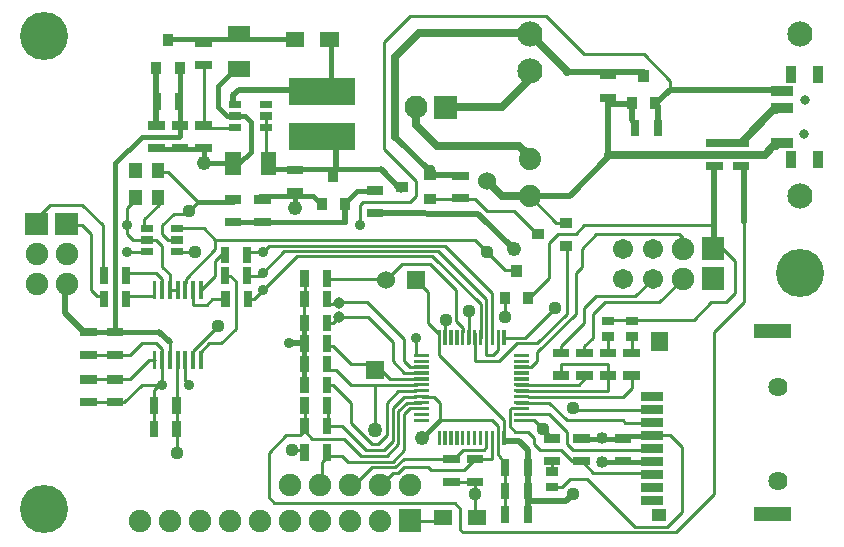
<source format=gbr>
G04 start of page 2 for group 0 idx 0 *
G04 Title: (unknown), top *
G04 Creator: pcb 4.2.2 *
G04 CreationDate: Fri Aug 14 03:10:47 2020 UTC *
G04 For: harold *
G04 Format: Gerber/RS-274X *
G04 PCB-Dimensions (mil): 6000.00 5000.00 *
G04 PCB-Coordinate-Origin: lower left *
%MOIN*%
%FSLAX25Y25*%
%LNTOP*%
%ADD37C,0.0390*%
%ADD36C,0.0280*%
%ADD35C,0.0380*%
%ADD34C,0.0300*%
%ADD33C,0.0240*%
%ADD32C,0.1350*%
%ADD31C,0.0479*%
%ADD30C,0.0400*%
%ADD29C,0.0439*%
%ADD28C,0.0360*%
%ADD27C,0.1600*%
%ADD26C,0.0740*%
%ADD25C,0.0840*%
%ADD24C,0.0500*%
%ADD23C,0.0600*%
%ADD22C,0.0381*%
%ADD21C,0.0760*%
%ADD20C,0.0671*%
%ADD19C,0.0340*%
%ADD18C,0.0320*%
%ADD17C,0.0750*%
%ADD16C,0.0001*%
%ADD15C,0.0640*%
%ADD14C,0.0179*%
%ADD13C,0.0250*%
%ADD12C,0.0200*%
%ADD11C,0.0100*%
G54D11*X378937Y313976D02*X380236Y312874D01*
Y309213D02*Y312874D01*
X391772Y309213D02*X390236D01*
X390554Y309530D01*
X393366Y309390D02*X390413D01*
X383858Y285433D02*X389764Y291339D01*
X394685D01*
X400591D02*X390748Y281496D01*
X394685Y291339D02*X397638Y294291D01*
Y305118D01*
X393366Y309390D01*
X400591Y318112D02*Y291339D01*
G54D12*X390748Y336614D02*Y309449D01*
X400591Y336614D02*Y318112D01*
G54D11*X351378Y313976D02*X378937D01*
X351378D02*X346457Y309055D01*
X380236Y299213D02*X372362Y291339D01*
X347441Y316929D02*X390748D01*
X370236Y298661D02*Y299213D01*
X370079Y299055D01*
X370236Y299213D02*X364331Y293307D01*
X346457Y309055D02*Y303150D01*
X341535Y287402D02*Y310039D01*
X346457Y303150D02*X344488Y301181D01*
Y287402D01*
X347441Y289370D02*Y284449D01*
X350394Y287402D02*Y279528D01*
X347441Y284449D02*X339567Y276575D01*
X372362Y291339D02*X354331D01*
X383858Y285433D02*X355315D01*
X364331Y293307D02*X351378D01*
X347441Y289370D01*
X354331Y291339D02*X350394Y287402D01*
Y279528D02*X347441Y276575D01*
Y274606D01*
X355315Y279429D02*Y274606D01*
X363189Y279429D02*Y274606D01*
G54D12*X342520Y326772D02*X355315Y339567D01*
X364367Y350787D02*X363189Y351965D01*
Y357283D01*
X355315D02*Y359252D01*
X363189Y357283D02*X355315D01*
X341535Y368110D02*X367126D01*
X355315Y357283D02*Y339567D01*
G54D11*X367126Y374016D02*X347441D01*
X370989Y357883D02*X371853Y357019D01*
X370989Y357883D02*X372047Y356825D01*
G54D12*Y349606D01*
G54D11*X372244Y349409D01*
G54D12*X370989Y357283D02*X375910Y362205D01*
X411417D01*
G54D13*X355315Y340551D02*X407480D01*
X410433Y343504D01*
X389371Y344294D02*X389565Y344488D01*
X399606D01*
X410433Y355315D01*
Y343504D02*X411417D01*
X410433Y355315D02*X411417D01*
G54D11*X375984Y362205D02*Y365157D01*
X367126Y374016D01*
X337598Y289370D02*X327756Y279528D01*
X331693Y277559D02*X341535Y287402D01*
X331693Y274606D02*X344488Y287402D01*
X339567Y276575D02*Y274606D01*
X314757Y292526D02*Y280308D01*
X316726Y294495D02*Y279522D01*
X312789Y290558D02*Y279522D01*
X308852Y277626D02*Y288182D01*
X309055Y288386D01*
X320866Y286417D02*Y292323D01*
Y302165D02*X323819D01*
X320866D02*X313976Y309055D01*
D03*
X328666Y292323D02*X335630Y299287D01*
Y311024D01*
X316726Y294291D02*X300813Y310205D01*
X314757Y292323D02*X298678Y308402D01*
X312789Y290557D02*X296756Y306591D01*
G54D13*X298228Y343504D02*X325787D01*
X298228D02*X291339Y350394D01*
Y356299D01*
X284449Y373031D02*Y346457D01*
X325787Y343504D02*X329724Y339567D01*
X319882Y356299D02*X301181D01*
X328937Y380906D02*X292323D01*
X284449Y373031D01*
G54D11*X289370Y386811D02*X280512Y377953D01*
X311024Y325787D02*X297244D01*
X307087Y333467D02*X306967Y333587D01*
G54D12*X296944D01*
G54D11*X311024Y325787D02*X314961Y321850D01*
G54D13*X296260Y335630D02*Y333661D01*
G54D12*X312008Y320866D02*X277559Y321060D01*
G54D11*X334646Y386811D02*X289370D01*
G54D13*X319882Y356299D02*X328740Y365157D01*
Y369094D01*
G54D11*X329134Y380709D02*X328937Y380906D01*
G54D13*X329134Y380709D02*X341535Y368307D01*
Y368110D01*
G54D11*X347441Y374016D02*X334646Y386811D01*
X330635Y326772D02*X329724D01*
X331693D02*X329724D01*
X329134D02*X338067Y317839D01*
G54D12*X329134Y326772D02*X342520D01*
X323819Y309055D02*X312008Y320866D01*
G54D11*X331730Y313939D02*X332035D01*
X338067Y317839D02*X341235D01*
X335630Y311024D02*X338583Y313976D01*
X344488D01*
X347441Y316929D01*
G54D13*X314961Y331693D02*X319882Y326772D01*
X329134D01*
G54D11*X314961Y321850D02*X323819D01*
X331730Y313939D01*
X311024Y312008D02*X313976Y309055D01*
X320663Y246267D02*X321063Y245079D01*
G54D12*X325787D01*
G54D11*X324435Y248031D02*X328740D01*
X320663Y247966D02*Y246267D01*
X318695Y247966D02*Y246267D01*
Y250202D01*
X316735Y252163D01*
X320663Y252172D02*Y247829D01*
X318695Y247966D02*Y240554D01*
X321060Y237205D01*
X316727Y239173D02*Y246070D01*
X314758Y247966D02*Y242908D01*
X313976Y242126D01*
X316727Y239173D02*X316533Y238979D01*
X324666Y255907D02*X324668Y255906D01*
X324666Y253938D02*X326365D01*
X324666Y255907D02*X324665Y255906D01*
X322835D01*
X322467Y255537D01*
Y250000D01*
X324435Y248031D01*
X326365Y253938D02*X326366Y253937D01*
X324803Y251969D02*X330709D01*
X326367D01*
X335630Y253937D02*X326772D01*
X324666Y263781D02*X330129D01*
X329724Y263780D02*X345472D01*
G54D12*X328546Y220472D02*Y237205D01*
G54D11*X321060Y235828D02*Y220472D01*
X313976Y242126D02*X307087D01*
X303940Y238979D01*
X316533D02*X311024D01*
X307281Y235236D01*
X307087D01*
X289000Y218000D02*X289504Y218504D01*
X289370D02*X289504D01*
X303940Y238979D02*X303150D01*
X311024Y231493D02*X303150D01*
X311024Y231299D02*Y220472D01*
Y231493D02*Y227362D01*
X306102Y215551D02*Y222441D01*
X304134Y224409D01*
X303150Y238979D02*X302956Y239173D01*
X287402D02*X302956D01*
X289504Y218504D02*X302165D01*
X317913Y214567D03*
X307087D01*
X306102Y215551D01*
X304134Y224409D02*X294291D01*
X287402Y236220D02*X295276D01*
X296260Y235236D01*
X307281D01*
X335630Y257874D02*X341535Y251969D01*
X343504Y255906D02*X343898Y255511D01*
X341535Y248031D02*Y244094D01*
X343504Y242126D01*
X330709Y251969D02*X336614Y246063D01*
Y245869D01*
G54D12*X325787Y245079D02*X328740Y242126D01*
Y238189D01*
G54D11*Y248031D02*X330709Y246063D01*
Y244094D01*
X332677Y242126D01*
X339567D01*
X343310Y238383D01*
X342520Y232283D02*X339961Y229724D01*
X336614D01*
G54D12*X343504Y227362D02*X341341Y225200D01*
X328546D01*
G54D11*X335237Y238383D02*X336614D01*
Y234843D01*
X299213Y252163D02*Y257874D01*
G54D14*Y252163D02*X292913Y245866D01*
D03*
G54D11*X293307Y246063D02*X292323Y247047D01*
X287402Y253937D02*X289370Y255906D01*
X293110D01*
X285433Y254921D02*X288386Y257874D01*
X293110D01*
X283465Y238189D02*X268701D01*
X281496Y240157D02*X272835D01*
X285433Y244094D02*Y254921D01*
X283465Y255906D02*Y245079D01*
X281496Y257874D02*Y247047D01*
X283465Y238189D02*X287402Y242126D01*
Y253937D01*
X281496Y240157D02*X285433Y244094D01*
X284449Y236220D02*X287402Y239173D01*
X283465Y245079D02*X280512Y242126D01*
X281496Y247047D02*X278543Y244094D01*
X280512Y242126D02*X274606D01*
X278543Y244094D02*X276575D01*
X272835Y240157D02*X267323Y245669D01*
X276575Y244094D02*X269685Y250984D01*
Y257874D01*
X283465Y234252D02*X278543Y229331D01*
X283465Y234252D02*X285433D01*
X276575Y236220D02*X269685Y229331D01*
X276575Y236220D02*X284449D01*
X244094Y224409D02*X294291D01*
X285433Y234252D02*X287402Y236220D01*
X267323Y245669D02*X256693D01*
X274606Y242126D02*X266732Y250000D01*
X268701Y238189D02*X266732Y240157D01*
X261811D01*
X259843Y238189D01*
Y230315D01*
X250000Y242126D02*X253937D01*
X256693Y245669D02*X254134Y248228D01*
Y256890D01*
X254131Y248623D02*X252555Y247047D01*
X248031D01*
X242126Y241142D01*
Y226378D01*
X244094Y224409D01*
X316735Y252163D02*X299213D01*
X299009Y273826D02*X320663Y252172D01*
X314757Y273826D02*X314961Y273622D01*
X316929D01*
X310820Y271857D02*X311024Y271654D01*
X318898D01*
X314757Y281024D02*Y273826D01*
X310820Y281024D02*Y271857D01*
X316929Y273622D02*X318694Y275387D01*
X318694Y279522D01*
X318898Y271654D02*X324803Y277559D01*
X331693D01*
X320865Y279528D02*X327756D01*
X331693Y271654D02*Y274606D01*
X324667Y269685D02*X329724D01*
X331693Y271654D01*
X320662Y281024D02*Y279325D01*
X320865Y279528D01*
X291608Y263780D02*X291608Y263780D01*
X291608Y265748D02*X282480D01*
X299213Y257874D02*X297244Y259843D01*
X293307D01*
X291215Y263780D03*
Y261811D02*X285433D01*
X291215Y259843D02*X287402D01*
X283465Y255906D01*
X285433Y261811D02*X281496Y257874D01*
X269685D02*X263780Y263780D01*
X261811D01*
X324666Y269686D02*X324667Y269685D01*
X269685Y263780D02*X291608D01*
X269685D02*X264764Y268701D01*
X299009Y281024D02*Y273826D01*
X291608Y269685D02*X289370D01*
X287402Y271654D01*
Y267717D02*X283465Y271654D01*
X291608Y267717D02*X291608Y267717D01*
X287402D01*
X291339Y279528D02*Y273622D01*
X287402Y271654D02*Y278937D01*
G54D12*X249016Y277559D02*X253937D01*
G54D11*X269685Y270669D02*X263780Y276575D01*
X261811D01*
X264764Y268701D02*X261811D01*
X326365Y257875D02*X326366Y257874D01*
X335630D01*
X324667Y261811D02*X355315D01*
X328458Y259844D02*X328460Y259843D01*
X360236D01*
X363189Y262795D01*
X324666Y257875D02*X326365D01*
X324666Y261812D02*X324667Y261811D01*
X343898Y255511D02*X370079D01*
X361024Y251181D02*X370079D01*
X355315Y261811D02*Y270669D01*
X345472Y263780D02*X347441Y265748D01*
Y267717D01*
X363189Y262795D02*Y266732D01*
X355315Y270669D02*X339567D01*
Y266732D01*
X341535Y248031D02*X335630Y253937D01*
X341535Y251969D02*X360236D01*
X346457Y238383D02*X350394Y234252D01*
X343310Y238383D02*X346457D01*
X372047Y246850D02*X372244Y247047D01*
X377953Y214567D02*X390748Y227362D01*
Y281496D01*
X375984Y247047D02*X379921Y243110D01*
Y221457D01*
X375000Y216535D01*
X360236Y251969D02*X361024Y251181D01*
X368504Y242520D02*X368110Y242126D01*
G54D14*X361613Y245869D02*X362595Y246850D01*
X370079D01*
G54D11*X367717D02*X367913Y247047D01*
X375984D01*
X317913Y214567D02*X377953D01*
X353346Y238189D02*X353819Y238661D01*
X368504Y238189D02*X368503Y238189D01*
G54D14*X353346D01*
G54D11*X368110Y242126D02*X343504D01*
X350394Y234252D02*X369490D01*
X348425Y232283D02*X342520D01*
G54D14*X361613Y245869D02*X346457D01*
G54D11*X375000Y216535D02*X364173D01*
X348425Y232283D01*
G54D12*X204725Y369094D02*Y350394D01*
G54D11*X212525Y369094D02*X212599Y369020D01*
G54D14*Y346651D01*
G54D11*X212405Y346457D01*
G54D14*X199804D01*
G54D11*X203348Y342714D02*X203542Y342520D01*
G54D14*X199804Y346457D02*X190945Y337598D01*
X203542Y342520D02*X220473D01*
Y337598D02*Y342520D01*
G54D11*X208661Y334646D02*X205709D01*
G54D14*X250984Y378937D02*X208662D01*
G54D11*X220473Y370079D02*Y350200D01*
G54D12*X230315Y360236D02*X232284Y362205D01*
G54D14*X231103Y369095D02*X225394Y363386D01*
Y356299D01*
G54D12*X232284Y362205D02*X251969D01*
G54D14*X228347Y353346D02*X234252D01*
G54D11*X240515Y353383D02*X240552Y353346D01*
X241142D01*
G54D12*X230315Y357283D02*Y360236D01*
G54D14*X225394Y356299D02*X228347Y353346D01*
G54D11*X219886Y349409D02*X231300D01*
X218504Y324803D02*X208661Y334646D01*
X174823Y317421D02*X175315Y316929D01*
X180118D01*
X183071Y313976D01*
X164823Y317421D02*X165354Y317953D01*
Y319882D01*
X169291Y323819D01*
X180118D01*
X187008Y316929D01*
G54D14*X182087Y281496D02*X205709D01*
G54D12*X209252Y277952D01*
G54D11*X206693Y275591D02*X204725Y277559D01*
X199803D01*
X188583Y281302D02*X188390Y281496D01*
X209252Y277952D02*Y272048D01*
X199803Y277559D02*X196060Y273816D01*
X182087D01*
X181102Y281850D02*X181260Y281693D01*
G54D12*X180710Y281302D02*X174213Y287799D01*
G54D11*X183858Y265748D02*X195866D01*
X194091Y258068D02*X182087D01*
X195866Y265748D02*X202165Y272047D01*
X204134D01*
X205709Y263780D02*X199803D01*
X194091Y258068D01*
D03*
X219488Y274606D02*X222441Y277559D01*
X216929Y275000D02*X225394Y283465D01*
X222441Y277559D02*X226378D01*
X231299Y282480D01*
X206693Y264764D02*Y275591D01*
X211811Y274350D02*X211614Y274154D01*
Y241142D01*
X211811Y274350D02*X211614Y274548D01*
X219488Y274350D02*Y272638D01*
Y274606D01*
X215551Y263780D02*X214370Y264961D01*
Y272047D01*
X216929Y274350D02*Y275000D01*
X206693Y264764D02*X203934Y262005D01*
Y249016D01*
X262690Y378059D02*X262795Y377953D01*
G54D14*Y362679D01*
G54D12*X264764Y345472D02*Y335630D01*
G54D11*X280512Y377953D02*Y342520D01*
G54D12*X284449Y346457D02*X296260Y334646D01*
G54D11*X280512Y342520D02*X291339Y331693D01*
X205709Y323819D02*Y324803D01*
Y323819D02*X200787Y318898D01*
X197835Y325787D02*X194882Y322834D01*
Y313976D01*
X196850Y312008D02*X200787D01*
Y312045D02*X200824Y312008D01*
X204724D01*
X202313Y308071D02*X194882D01*
Y313976D02*X196850Y312008D01*
X200787Y315945D02*Y318898D01*
X204724Y312008D02*X206693Y310039D01*
Y303150D01*
X209252Y300591D01*
X202387Y308145D02*X202313Y308071D01*
X206693Y299213D02*X204724Y301181D01*
X209252Y295276D02*X211811D01*
X216929Y297578D02*Y290354D01*
X221457D01*
X223425Y292323D01*
X214370Y297578D02*X214567Y297775D01*
Y299213D01*
X231299Y282480D02*Y298228D01*
X229331Y300197D01*
X227362D01*
X223425Y292323D02*X227750D01*
X209252Y300591D02*Y295276D01*
X235236Y292323D02*X237205D01*
X235236Y300197D02*X235042D01*
X239173D01*
X224409Y312008D02*X220472Y315945D01*
X212598D01*
X210987Y312045D02*X210950Y312008D01*
X208661D01*
X206693Y316929D02*Y313976D01*
X208661Y312008D01*
X206693Y316929D02*X210630Y320866D01*
X214567D01*
X218504Y324803D01*
X214567Y299213D02*X224409Y309055D01*
Y312008D01*
X217520Y308071D02*X211614D01*
G54D14*X190945Y337598D02*Y281496D01*
G54D11*X206693Y297578D03*
Y299213D01*
X204724Y301181D02*X194882D01*
X194688Y293700D02*X195081Y293307D01*
X203740D01*
X183071Y313976D02*Y295276D01*
X185039Y293307D01*
X187008D01*
Y316929D02*Y300197D01*
G54D12*X174213Y287799D02*Y297244D01*
G54D14*X234252Y353346D02*X236221Y351378D01*
Y341535D01*
G54D11*X241142Y353346D02*Y338583D01*
G54D14*X236221Y341535D02*X232284Y337598D01*
X220473D02*X232284D01*
X218504Y324803D02*X230315D01*
G54D11*X282480Y265748D02*X279528Y268701D01*
X277559D01*
X275591Y270669D01*
X269685D01*
X277559Y263780D02*Y249016D01*
X266732Y250000D02*X262205D01*
X262008Y250197D01*
Y256496D01*
G54D14*X267717Y317913D02*X230315D01*
X256890Y326772D02*X239174D01*
X250985Y322835D02*Y326772D01*
X259843Y323819D02*X256890Y326772D01*
X267643Y324419D02*X271770Y328546D01*
X242913Y335630D02*X279528D01*
G54D11*X263743Y334987D02*X263701Y334946D01*
G54D12*X279528Y335630D02*X286417Y328740D01*
G54D14*X271770Y328546D02*X277559D01*
G54D11*X291339Y331693D02*Y326772D01*
X240157Y308071D02*X242291Y310205D01*
X239173Y300197D02*X247378Y308402D01*
X237205Y292323D02*X251480Y306598D01*
X254131Y300590D02*Y292323D01*
X273622Y324803D02*X272638Y323819D01*
Y316929D01*
X240157Y308071D02*X235236D01*
X306883Y281418D02*Y282683D01*
X304678Y284889D01*
Y295276D01*
X295276Y294685D02*Y284449D01*
X298977Y280747D01*
Y280715D01*
X301181Y285433D02*X300978Y285230D01*
Y279522D01*
X265748Y290748D02*X261024D01*
X253937Y292522D02*Y283465D01*
X266142Y291535D02*X274803D01*
X274409D01*
X265748Y286417D02*X263780Y284449D01*
G54D14*X253937D02*Y264764D01*
G54D11*X265945Y286220D02*X275197D01*
X263780Y284449D02*X261617D01*
X275197Y286220D02*X283465Y277953D01*
Y271654D02*Y277953D01*
X274803Y291535D02*X287402Y278937D01*
Y278543D01*
G54D12*X267717Y317913D02*Y324803D01*
G54D11*X280748Y299213D02*X261617D01*
X224409Y312008D02*X311024D01*
X242291Y310205D02*X300813D01*
X247378Y308402D02*X298678D01*
X251480Y306598D02*X296756D01*
X281339Y298622D02*X280748Y299213D01*
X281339Y298622D02*X286630Y303914D01*
X291339Y298622D02*X295276Y294685D01*
X291339Y326772D02*X289370Y324803D01*
X273622D01*
X286630Y303914D02*X296040D01*
X300813Y310205D02*X300362D01*
X298678Y308402D02*X298228D01*
X296756Y306591D02*Y306598D01*
X296040Y303914D02*X295496D01*
X304678Y295276D02*X296040Y303914D01*
X219488Y297578D03*
Y295276D01*
X224409Y300197D01*
Y305118D01*
X226378Y307087D01*
X227362D01*
G54D15*X411811Y231811D03*
G54D16*G36*
X386486Y312963D02*Y305463D01*
X393986D01*
Y312963D01*
X386486D01*
G37*
G54D17*X380236Y309213D03*
G54D16*G36*
X386486Y302963D02*Y295463D01*
X393986D01*
Y302963D01*
X386486D01*
G37*
G54D17*X380236Y299213D03*
G54D18*X420669Y347441D03*
X420866Y358858D03*
G54D19*X419291Y326772D03*
G54D20*X370236Y309213D03*
X360236D03*
X370236Y299213D03*
X360236D03*
G54D19*X329134Y338977D03*
Y326772D03*
G54D15*X411811Y263150D03*
G54D16*G36*
X274559Y271858D02*Y265858D01*
X280559D01*
Y271858D01*
X274559D01*
G37*
G54D19*X419291Y380709D03*
X329134D03*
Y368504D03*
G54D16*G36*
X297382Y360099D02*Y352499D01*
X304982D01*
Y360099D01*
X297382D01*
G37*
G54D21*X291339Y356299D03*
G54D22*X265748Y291142D03*
Y286417D03*
G54D16*G36*
X288339Y301622D02*Y295622D01*
X294339D01*
Y301622D01*
X288339D01*
G37*
G54D23*X281339Y298622D03*
G54D16*G36*
X285620Y222254D02*Y214754D01*
X293120D01*
Y222254D01*
X285620D01*
G37*
G54D17*X279370Y218504D03*
X289370Y230315D03*
X279370D03*
X259370Y218504D03*
X249370D03*
X239370D03*
X269370D03*
Y230315D03*
X259370D03*
X249370D03*
G54D24*X277559Y248858D03*
G54D17*X229370Y218504D03*
X219370D03*
X209370D03*
X199370D03*
G54D16*G36*
X171073Y321171D02*Y313671D01*
X178573D01*
Y321171D01*
X171073D01*
G37*
G36*
X161073D02*Y313671D01*
X168573D01*
Y321171D01*
X161073D01*
G37*
G54D17*X164823Y307421D03*
Y297421D03*
X174823Y307421D03*
Y297421D03*
G54D16*G36*
X206299Y361025D02*X203539D01*
Y355511D01*
X206299D01*
Y361025D01*
G37*
G36*
X213785D02*X211025D01*
Y355511D01*
X213785D01*
Y361025D01*
G37*
G36*
X210325Y380594D02*X206925D01*
Y376594D01*
X210325D01*
Y380594D01*
G37*
G36*
X206425Y371394D02*X203025D01*
Y367394D01*
X206425D01*
Y371394D01*
G37*
G36*
X214225D02*X210825D01*
Y367394D01*
X214225D01*
Y371394D01*
G37*
G36*
X217716Y371653D02*Y368893D01*
X223230D01*
Y371653D01*
X217716D01*
G37*
G36*
X228544Y371654D02*Y366536D01*
X236024D01*
Y371654D01*
X228544D01*
G37*
G36*
X229115Y354583D02*Y352183D01*
X233115D01*
Y354583D01*
X229115D01*
G37*
G36*
Y358483D02*Y356083D01*
X233115D01*
Y358483D01*
X229115D01*
G37*
G36*
X217716Y351580D02*Y348820D01*
X223230D01*
Y351580D01*
X217716D01*
G37*
G36*
X239315Y358483D02*Y356083D01*
X243315D01*
Y358483D01*
X239315D01*
G37*
G36*
Y354583D02*Y352183D01*
X243315D01*
Y354583D01*
X239315D01*
G37*
G36*
Y350683D02*Y348283D01*
X243315D01*
Y350683D01*
X239315D01*
G37*
G36*
X229115D02*Y348283D01*
X233115D01*
Y350683D01*
X229115D01*
G37*
G36*
X217716Y379139D02*Y376379D01*
X223230D01*
Y379139D01*
X217716D01*
G37*
G36*
X228544Y383464D02*Y378346D01*
X236024D01*
Y383464D01*
X228544D01*
G37*
G36*
X249107Y351091D02*Y342217D01*
X270973D01*
Y351091D01*
X249107D01*
G37*
G36*
Y366051D02*Y357177D01*
X270973D01*
Y366051D01*
X249107D01*
G37*
G36*
X232875Y341338D02*X227757D01*
Y333858D01*
X232875D01*
Y341338D01*
G37*
G36*
X244685D02*X239567D01*
Y333858D01*
X244685D01*
Y341338D01*
G37*
G36*
X247925Y381406D02*Y376469D01*
X254043D01*
Y381406D01*
X247925D01*
G37*
G36*
X259343D02*Y376469D01*
X265461D01*
Y381406D01*
X259343D01*
G37*
G36*
X357479Y239763D02*Y237003D01*
X362993D01*
Y239763D01*
X357479D01*
G37*
G36*
Y247249D02*Y244489D01*
X362993D01*
Y247249D01*
X357479D01*
G37*
G36*
X366217Y244020D02*X366216Y241020D01*
X373547Y241019D01*
X373547Y244019D01*
X366217Y244020D01*
G37*
G36*
X366217Y239689D02*X366216Y236689D01*
X373547Y236688D01*
X373547Y239688D01*
X366217Y239689D01*
G37*
G36*
X366217Y235359D02*X366216Y232359D01*
X373547Y232357D01*
X373548Y235357D01*
X366217Y235359D01*
G37*
G36*
X366217Y231028D02*X366217Y228028D01*
X373547Y228028D01*
X373547Y231028D01*
X366217Y231028D01*
G37*
G36*
X366217Y226697D02*X366216Y223697D01*
X373547Y223696D01*
X373547Y226696D01*
X366217Y226697D01*
G37*
G36*
X374638Y218473D02*X374637Y222473D01*
X370047Y222472D01*
X370048Y218472D01*
X374638Y218473D01*
G37*
G36*
X366217Y261343D02*Y258343D01*
X373547D01*
Y261343D01*
X366217D01*
G37*
G36*
X366217Y257012D02*X366216Y254012D01*
X373547Y254011D01*
X373547Y257011D01*
X366217Y257012D01*
G37*
G36*
X366217Y252681D02*X366216Y249681D01*
X373547Y249680D01*
X373547Y252680D01*
X366217Y252681D01*
G37*
G36*
X373547Y245351D02*X373547Y248351D01*
X366216Y248350D01*
X366217Y245350D01*
X373547Y245351D01*
G37*
G36*
X361221Y286515D02*Y283563D01*
X365157D01*
Y286515D01*
X361221D01*
G37*
G36*
Y281397D02*Y278445D01*
X365157D01*
Y281397D01*
X361221D01*
G37*
G36*
X353347Y286515D02*Y283563D01*
X357283D01*
Y286515D01*
X353347D01*
G37*
G36*
Y281397D02*Y278445D01*
X357283D01*
Y281397D01*
X353347D01*
G37*
G36*
X409736Y346169D02*Y342807D01*
X417035D01*
Y346169D01*
X409736D01*
G37*
G36*
X417823Y341839D02*X414461D01*
Y336114D01*
X417823D01*
Y341839D01*
G37*
G36*
X426878D02*X423516D01*
Y336114D01*
X426878D01*
Y341839D01*
G37*
G54D25*X419291Y326772D03*
G54D16*G36*
X404050Y222919D02*Y218419D01*
X416424D01*
Y222919D01*
X404050D01*
G37*
G36*
Y283943D02*Y279443D01*
X416424D01*
Y283943D01*
X404050D01*
G37*
G36*
X344684Y268306D02*Y265546D01*
X350198D01*
Y268306D01*
X344684D01*
G37*
G36*
X352558D02*Y265546D01*
X358072D01*
Y268306D01*
X352558D01*
G37*
G36*
X360432D02*Y265546D01*
X365946D01*
Y268306D01*
X360432D01*
G37*
G36*
X344684Y275792D02*Y273032D01*
X350198D01*
Y275792D01*
X344684D01*
G37*
G36*
X330035Y315639D02*Y312239D01*
X334035D01*
Y315639D01*
X330035D01*
G37*
G36*
X339235Y311739D02*Y308339D01*
X343235D01*
Y311739D01*
X339235D01*
G37*
G36*
Y319539D02*Y316139D01*
X343235D01*
Y319539D01*
X339235D01*
G37*
G36*
X336810Y275792D02*Y273032D01*
X342324D01*
Y275792D01*
X336810D01*
G37*
G36*
X375188Y281493D02*X369688Y281487D01*
X369695Y275200D01*
X375195Y275205D01*
X375188Y281493D01*
G37*
G36*
X352558Y275792D02*Y273032D01*
X358072D01*
Y275792D01*
X352558D01*
G37*
G36*
X360432D02*Y273032D01*
X365946D01*
Y275792D01*
X360432D01*
G37*
G36*
X336810Y268306D02*Y265546D01*
X342324D01*
Y268306D01*
X336810D01*
G37*
G36*
X329009Y265199D02*X329009Y266301D01*
X324115Y266300D01*
X324116Y265198D01*
X329009Y265199D01*
G37*
G36*
X324116Y268269D02*Y267167D01*
X329009D01*
Y268269D01*
X324116D01*
G37*
G36*
X329009Y269136D02*X329009Y270238D01*
X324115Y270237D01*
X324116Y269135D01*
X329009Y269136D01*
G37*
G36*
X324116Y272206D02*Y271104D01*
X329009D01*
Y272206D01*
X324116D01*
G37*
G36*
X329009Y273073D02*X329009Y274175D01*
X324115Y274174D01*
X324116Y273072D01*
X329009Y273073D01*
G37*
G36*
X326466Y303823D02*X323066D01*
Y299823D01*
X326466D01*
Y303823D01*
G37*
G36*
X322566Y294623D02*X319166D01*
Y290623D01*
X322566D01*
Y294623D01*
G37*
G36*
X330366D02*X326966D01*
Y290623D01*
X330366D01*
Y294623D01*
G37*
G36*
X321214Y281969D02*X320112Y281969D01*
X320112Y277075D01*
X321214Y277075D01*
X321214Y281969D01*
G37*
G36*
X343700Y239763D02*Y237003D01*
X349214D01*
Y239763D01*
X343700D01*
G37*
G36*
X334646Y231200D02*Y228248D01*
X338582D01*
Y231200D01*
X334646D01*
G37*
G36*
Y236318D02*Y233366D01*
X338582D01*
Y236318D01*
X334646D01*
G37*
G36*
X333857Y239763D02*Y237003D01*
X339371D01*
Y239763D01*
X333857D01*
G37*
G36*
X343700Y247249D02*Y244489D01*
X349214D01*
Y247249D01*
X343700D01*
G37*
G36*
X333857D02*Y244489D01*
X339371D01*
Y247249D01*
X333857D01*
G37*
G36*
X321214Y248517D02*X320112Y248517D01*
X320113Y243623D01*
X321215Y243624D01*
X321214Y248517D01*
G37*
G36*
X324116Y252521D02*Y251419D01*
X329009D01*
Y252521D01*
X324116D01*
G37*
G36*
X329009Y253388D02*X329009Y254490D01*
X324115Y254489D01*
X324116Y253387D01*
X329009Y253388D01*
G37*
G36*
X324116Y256458D02*Y255356D01*
X329009D01*
Y256458D01*
X324116D01*
G37*
G36*
X329009Y257325D02*X329009Y258427D01*
X324115Y258426D01*
X324116Y257324D01*
X329009Y257325D01*
G37*
G36*
X324116Y260395D02*Y259293D01*
X329009D01*
Y260395D01*
X324116D01*
G37*
G36*
X329009Y261262D02*X329009Y262364D01*
X324115Y262363D01*
X324116Y261261D01*
X329009Y261262D01*
G37*
G36*
X324116Y264332D02*Y263230D01*
X329009D01*
Y264332D01*
X324116D01*
G37*
G36*
X322440Y223229D02*X319680D01*
Y217715D01*
X322440D01*
Y223229D01*
G37*
G36*
X329926D02*X327166D01*
Y217715D01*
X329926D01*
Y223229D01*
G37*
G36*
X322440Y231103D02*X319680D01*
Y225589D01*
X322440D01*
Y231103D01*
G37*
G36*
X329926D02*X327166D01*
Y225589D01*
X329926D01*
Y231103D01*
G37*
G36*
X322440Y238977D02*X319680D01*
Y233463D01*
X322440D01*
Y238977D01*
G37*
G36*
X329926D02*X327166D01*
Y233463D01*
X329926D01*
Y238977D01*
G37*
G36*
X248228Y329330D02*Y326570D01*
X253742D01*
Y329330D01*
X248228D01*
G37*
G36*
X237401Y326973D02*Y324213D01*
X242915D01*
Y326973D01*
X237401D01*
G37*
G36*
Y319487D02*Y316727D01*
X242915D01*
Y319487D01*
X237401D01*
G37*
G36*
X261543Y326119D02*X258143D01*
Y322119D01*
X261543D01*
Y326119D01*
G37*
G36*
X269343D02*X265943D01*
Y322119D01*
X269343D01*
Y326119D01*
G37*
G36*
X248228Y336816D02*Y334056D01*
X253742D01*
Y336816D01*
X248228D01*
G37*
G36*
X265443Y335319D02*X262043D01*
Y331319D01*
X265443D01*
Y335319D01*
G37*
G36*
X284760Y331387D02*Y327987D01*
X288760D01*
Y331387D01*
X284760D01*
G37*
G36*
X293960Y327487D02*Y324087D01*
X297960D01*
Y327487D01*
X293960D01*
G37*
G36*
Y335287D02*Y331887D01*
X297960D01*
Y335287D01*
X293960D01*
G37*
G36*
X303346Y327361D02*Y324601D01*
X308860D01*
Y327361D01*
X303346D01*
G37*
G36*
Y334847D02*Y332087D01*
X308860D01*
Y334847D01*
X303346D01*
G37*
G36*
X227558Y319487D02*Y316727D01*
X233072D01*
Y319487D01*
X227558D01*
G37*
G36*
Y326973D02*Y324213D01*
X233072D01*
Y326973D01*
X227558D01*
G37*
G36*
X274802Y329926D02*Y327166D01*
X280316D01*
Y329926D01*
X274802D01*
G37*
G36*
Y322440D02*Y319680D01*
X280316D01*
Y322440D01*
X274802D01*
G37*
G36*
X209842Y344094D02*Y341334D01*
X215356D01*
Y344094D01*
X209842D01*
G37*
G36*
Y351580D02*Y348820D01*
X215356D01*
Y351580D01*
X209842D01*
G37*
G36*
X201968D02*Y348820D01*
X207482D01*
Y351580D01*
X201968D01*
G37*
G36*
X217716Y344094D02*Y341334D01*
X223230D01*
Y344094D01*
X217716D01*
G37*
G36*
X201968D02*Y341334D01*
X207482D01*
Y344094D01*
X201968D01*
G37*
G36*
X199910Y337705D02*X195760D01*
Y332768D01*
X199910D01*
Y337705D01*
G37*
G36*
Y328650D02*X195760D01*
Y323713D01*
X199910D01*
Y328650D01*
G37*
G36*
X207390D02*X203241D01*
Y323713D01*
X207390D01*
Y328650D01*
G37*
G36*
Y337705D02*X203241D01*
Y332768D01*
X207390D01*
Y337705D01*
G37*
G36*
X209787Y317145D02*Y314745D01*
X213787D01*
Y317145D01*
X209787D01*
G37*
G36*
X199587D02*Y314745D01*
X203587D01*
Y317145D01*
X199587D01*
G37*
G36*
X209787Y313245D02*Y310845D01*
X213787D01*
Y313245D01*
X209787D01*
G37*
G36*
X199587D02*Y310845D01*
X203587D01*
Y313245D01*
X199587D01*
G37*
G36*
X209787Y309345D02*Y306945D01*
X213787D01*
Y309345D01*
X209787D01*
G37*
G36*
X199587D02*Y306945D01*
X203587D01*
Y309345D01*
X199587D01*
G37*
G36*
X228936Y309844D02*X226176D01*
Y304330D01*
X228936D01*
Y309844D01*
G37*
G36*
X290664Y274173D02*Y273071D01*
X295557D01*
Y274173D01*
X290664D01*
G37*
G36*
X295557Y271103D02*X295557Y272205D01*
X290664Y272204D01*
X290664Y271102D01*
X295557Y271103D01*
G37*
G36*
X290664Y270236D02*Y269134D01*
X295557D01*
Y270236D01*
X290664D01*
G37*
G36*
X295557Y267166D02*X295557Y268268D01*
X290664Y268268D01*
X290664Y267166D01*
X295557Y267166D01*
G37*
G36*
X295557Y265197D02*X295557Y266299D01*
X290664Y266299D01*
X290664Y265197D01*
X295557Y265197D01*
G37*
G36*
X295557Y263229D02*X295557Y264331D01*
X290664Y264331D01*
X290664Y263229D01*
X295557Y263229D01*
G37*
G36*
X290664Y262362D02*Y261260D01*
X295557D01*
Y262362D01*
X290664D01*
G37*
G36*
X295557Y259292D02*X295557Y260394D01*
X290664Y260393D01*
X290664Y259291D01*
X295557Y259292D01*
G37*
G36*
X290664Y258425D02*Y257323D01*
X295557D01*
Y258425D01*
X290664D01*
G37*
G36*
X307434Y281969D02*X306332D01*
Y277075D01*
X307434D01*
Y281969D01*
G37*
G36*
X305466Y281969D02*X304364Y281969D01*
X304364Y277075D01*
X305466Y277075D01*
X305466Y281969D01*
G37*
G36*
X303497Y281969D02*X302395D01*
Y277075D01*
X303497D01*
Y281969D01*
G37*
G36*
X301529Y281969D02*X300427Y281969D01*
X300426Y277075D01*
X301528Y277075D01*
X301529Y281969D01*
G37*
G36*
X299560Y281969D02*X298458D01*
Y277075D01*
X299560D01*
Y281969D01*
G37*
G36*
X255511Y295080D02*X252751D01*
Y289566D01*
X255511D01*
Y295080D01*
G37*
G36*
X262997D02*X260237D01*
Y289566D01*
X262997D01*
Y295080D01*
G37*
G36*
X255511Y287206D02*X252751D01*
Y281692D01*
X255511D01*
Y287206D01*
G37*
G36*
X262997D02*X260237D01*
Y281692D01*
X262997D01*
Y287206D01*
G37*
G36*
Y301970D02*X260237D01*
Y296456D01*
X262997D01*
Y301970D01*
G37*
G36*
X255511D02*X252751D01*
Y296456D01*
X255511D01*
Y301970D01*
G37*
G36*
Y266537D02*X252751D01*
Y261023D01*
X255511D01*
Y266537D01*
G37*
G36*
Y273426D02*X252751D01*
Y267912D01*
X255511D01*
Y273426D01*
G37*
G36*
X262997Y266537D02*X260237D01*
Y261023D01*
X262997D01*
Y266537D01*
G37*
G36*
Y273426D02*X260237D01*
Y267912D01*
X262997D01*
Y273426D01*
G37*
G36*
X255511Y280316D02*X252751D01*
Y274802D01*
X255511D01*
Y280316D01*
G37*
G36*
X262997D02*X260237D01*
Y274802D01*
X262997D01*
Y280316D01*
G37*
G36*
X196068Y302954D02*X193308D01*
Y297440D01*
X196068D01*
Y302954D01*
G37*
G36*
X188582D02*X185822D01*
Y297440D01*
X188582D01*
Y302954D01*
G37*
G36*
Y295080D02*X185822D01*
Y289566D01*
X188582D01*
Y295080D01*
G37*
G36*
X196068D02*X193308D01*
Y289566D01*
X196068D01*
Y295080D01*
G37*
G36*
X228936Y302954D02*X226176D01*
Y297440D01*
X228936D01*
Y302954D01*
G37*
G36*
X229130Y295080D02*X226370D01*
Y289566D01*
X229130D01*
Y295080D01*
G37*
G36*
X236422Y302954D02*X233662D01*
Y297440D01*
X236422D01*
Y302954D01*
G37*
G36*
X236616Y295080D02*X233856D01*
Y289566D01*
X236616D01*
Y295080D01*
G37*
G36*
X236422Y309844D02*X233662D01*
Y304330D01*
X236422D01*
Y309844D01*
G37*
G36*
X204784Y275000D02*X203485D01*
Y269095D01*
X204784D01*
Y275000D01*
G37*
G36*
X207343D02*X206044D01*
Y269095D01*
X207343D01*
Y275000D01*
G37*
G36*
X209902D02*X208603D01*
Y269095D01*
X209902D01*
Y275000D01*
G37*
G36*
X212461D02*X211162D01*
Y269095D01*
X212461D01*
Y275000D01*
G37*
G36*
X215020D02*X213721D01*
Y269095D01*
X215020D01*
Y275000D01*
G37*
G36*
X217579D02*X216280D01*
Y269095D01*
X217579D01*
Y275000D01*
G37*
G36*
X220138D02*X218839D01*
Y269095D01*
X220138D01*
Y275000D01*
G37*
G36*
X205314Y259647D02*X202554D01*
Y254133D01*
X205314D01*
Y259647D01*
G37*
G36*
Y251773D02*X202554D01*
Y246259D01*
X205314D01*
Y251773D01*
G37*
G36*
X212800Y259647D02*X210040D01*
Y254133D01*
X212800D01*
Y259647D01*
G37*
G36*
Y251773D02*X210040D01*
Y246259D01*
X212800D01*
Y251773D01*
G37*
G36*
X188188Y259448D02*Y256688D01*
X193702D01*
Y259448D01*
X188188D01*
G37*
G36*
X179330D02*Y256688D01*
X184844D01*
Y259448D01*
X179330D01*
G37*
G36*
X188188Y266934D02*Y264174D01*
X193702D01*
Y266934D01*
X188188D01*
G37*
G36*
X179330Y275196D02*Y272436D01*
X184844D01*
Y275196D01*
X179330D01*
G37*
G36*
Y266934D02*Y264174D01*
X184844D01*
Y266934D01*
X179330D01*
G37*
G36*
X220138Y298228D02*X218839D01*
Y292323D01*
X220138D01*
Y298228D01*
G37*
G36*
X217579D02*X216280D01*
Y292323D01*
X217579D01*
Y298228D01*
G37*
G36*
X215020D02*X213721D01*
Y292323D01*
X215020D01*
Y298228D01*
G37*
G36*
X212461D02*X211162D01*
Y292323D01*
X212461D01*
Y298228D01*
G37*
G36*
X209902D02*X208603D01*
Y292323D01*
X209902D01*
Y298228D01*
G37*
G36*
X207343D02*X206044D01*
Y292323D01*
X207343D01*
Y298228D01*
G37*
G36*
X204784D02*X203485D01*
Y292323D01*
X204784D01*
Y298228D01*
G37*
G36*
X188188Y275196D02*Y272436D01*
X193702D01*
Y275196D01*
X188188D01*
G37*
G36*
Y282682D02*Y279922D01*
X193702D01*
Y282682D01*
X188188D01*
G37*
G36*
X179330D02*Y279922D01*
X184844D01*
Y282682D01*
X179330D01*
G37*
G36*
X262997Y259647D02*X260237D01*
Y254133D01*
X262997D01*
Y259647D01*
G37*
G36*
X255511D02*X252751D01*
Y254133D01*
X255511D01*
Y259647D01*
G37*
G36*
X262997Y243899D02*X260237D01*
Y238385D01*
X262997D01*
Y243899D01*
G37*
G36*
X255511D02*X252751D01*
Y238385D01*
X255511D01*
Y243899D01*
G37*
G36*
X262997Y252757D02*X260237D01*
Y247243D01*
X262997D01*
Y252757D01*
G37*
G36*
X255511D02*X252751D01*
Y247243D01*
X255511D01*
Y252757D01*
G37*
G36*
X313340Y248517D02*X312238Y248517D01*
X312239Y243623D01*
X313341Y243623D01*
X313340Y248517D01*
G37*
G36*
X315309Y248517D02*X314207Y248517D01*
X314208Y243623D01*
X315310Y243623D01*
X315309Y248517D01*
G37*
G36*
X317277Y248517D02*X316175Y248517D01*
X316176Y243623D01*
X317278Y243623D01*
X317277Y248517D01*
G37*
G36*
X319246Y248517D02*X318144Y248517D01*
X318145Y243623D01*
X319247Y243623D01*
X319246Y248517D01*
G37*
G36*
X319245Y281969D02*X318143D01*
Y277075D01*
X319245D01*
Y281969D01*
G37*
G36*
X317277Y281969D02*X316175Y281969D01*
X316175Y277075D01*
X317277Y277075D01*
X317277Y281969D01*
G37*
G36*
X315308Y281969D02*X314206D01*
Y277075D01*
X315308D01*
Y281969D01*
G37*
G36*
X313340Y281969D02*X312238Y281969D01*
X312238Y277075D01*
X313340Y277075D01*
X313340Y281969D01*
G37*
G36*
X311371Y281969D02*X310269D01*
Y277075D01*
X311371D01*
Y281969D01*
G37*
G36*
X309403Y281969D02*X308301Y281969D01*
X308301Y277075D01*
X309403Y277075D01*
X309403Y281969D01*
G37*
G36*
X295557Y255355D02*X295557Y256457D01*
X290664Y256456D01*
X290664Y255354D01*
X295557Y255355D01*
G37*
G36*
X290664Y254488D02*Y253386D01*
X295557D01*
Y254488D01*
X290664D01*
G37*
G36*
X295557Y251418D02*X295557Y252520D01*
X290664Y252519D01*
X290664Y251417D01*
X295557Y251418D01*
G37*
G36*
X299562Y248517D02*X298460D01*
Y243623D01*
X299562D01*
Y248517D01*
G37*
G36*
X301529Y248517D02*X300427Y248517D01*
X300428Y243623D01*
X301530Y243624D01*
X301529Y248517D01*
G37*
G36*
X303499Y248517D02*X302397D01*
Y243623D01*
X303499D01*
Y248517D01*
G37*
G36*
X305466Y248517D02*X304364Y248517D01*
X304365Y243623D01*
X305467Y243623D01*
X305466Y248517D01*
G37*
G36*
X307435Y248517D02*X306333Y248517D01*
X306334Y243623D01*
X307436Y243623D01*
X307435Y248517D01*
G37*
G36*
X309403Y248517D02*X308301Y248517D01*
X308302Y243623D01*
X309404Y243623D01*
X309403Y248517D01*
G37*
G36*
X311372Y248517D02*X310270Y248517D01*
X310271Y243623D01*
X311373Y243623D01*
X311372Y248517D01*
G37*
G36*
X308267Y240359D02*Y237599D01*
X313781D01*
Y240359D01*
X308267D01*
G37*
G36*
Y232873D02*Y230113D01*
X313781D01*
Y232873D01*
X308267D01*
G37*
G36*
X308555Y221957D02*Y217020D01*
X314673D01*
Y221957D01*
X308555D01*
G37*
G36*
X300393Y240359D02*Y237599D01*
X305907D01*
Y240359D01*
X300393D01*
G37*
G36*
Y232873D02*Y230113D01*
X305907D01*
Y232873D01*
X300393D01*
G37*
G36*
X297138Y221957D02*Y217020D01*
X303256D01*
Y221957D01*
X297138D01*
G37*
G54D25*X329134Y380709D03*
Y368504D03*
G54D26*Y338977D03*
Y326772D03*
G54D16*G36*
X417823Y370185D02*X414461D01*
Y364461D01*
X417823D01*
Y370185D01*
G37*
G36*
X426878D02*X423516D01*
Y364461D01*
X426878D01*
Y370185D01*
G37*
G54D25*X419291Y380709D03*
G54D16*G36*
X409736Y357587D02*Y354224D01*
X417035D01*
Y357587D01*
X409736D01*
G37*
G36*
Y363492D02*Y360130D01*
X417035D01*
Y363492D01*
X409736D01*
G37*
G36*
X396849Y345674D02*Y342914D01*
X402363D01*
Y345674D01*
X396849D01*
G37*
G36*
Y338188D02*Y335428D01*
X402363D01*
Y338188D01*
X396849D01*
G37*
G36*
X387991D02*Y335428D01*
X393505D01*
Y338188D01*
X387991D01*
G37*
G36*
Y345674D02*Y342914D01*
X393505D01*
Y345674D01*
X387991D01*
G37*
G36*
X365747Y352166D02*X362987D01*
Y346652D01*
X365747D01*
Y352166D01*
G37*
G36*
X352558Y360826D02*Y358066D01*
X358072D01*
Y360826D01*
X352558D01*
G37*
G36*
Y368312D02*Y365552D01*
X358072D01*
Y368312D01*
X352558D01*
G37*
G36*
X368789Y368783D02*X365389D01*
Y364783D01*
X368789D01*
Y368783D01*
G37*
G36*
X364889Y359583D02*X361489D01*
Y355583D01*
X364889D01*
Y359583D01*
G37*
G36*
X373233Y352166D02*X370473D01*
Y346652D01*
X373233D01*
Y352166D01*
G37*
G36*
X372689Y359583D02*X369289D01*
Y355583D01*
X372689D01*
Y359583D01*
G37*
G54D27*X167323Y222441D03*
G54D28*X206693Y263780D03*
G54D29*X211614Y241142D03*
X333661Y249016D03*
G54D30*X353346Y238189D03*
G54D29*X343504Y255906D03*
G54D30*X353346Y246063D03*
G54D29*X250000Y242126D03*
G54D28*X215551Y263780D03*
G54D31*X293307Y246063D03*
G54D29*X311024Y227362D03*
G54D27*X419291Y301181D03*
G54D29*X337598Y289370D03*
X343504Y227362D03*
X301181Y285433D03*
G54D31*X323819Y309055D03*
G54D23*X314961Y331693D03*
G54D29*X314961Y308071D03*
X309055Y288386D03*
X320859Y286411D03*
G54D28*X291339Y279528D03*
X272638Y316929D03*
G54D27*X167323Y379921D03*
G54D31*X220473Y337598D03*
G54D28*X194882Y316929D03*
G54D29*X215551Y321850D03*
G54D31*X250985Y322835D03*
G54D29*X217520Y308071D03*
G54D28*X240157D03*
X194882D03*
G54D29*X225394Y283465D03*
G54D28*X240157Y301181D03*
Y295276D03*
X249016Y277559D03*
G54D32*G54D12*G54D33*G54D12*G54D33*G54D12*G54D33*G54D12*G54D32*G54D12*G54D33*G54D34*G54D12*G54D32*G54D33*G54D12*G54D33*G54D12*G54D35*G54D19*G54D18*G54D19*G54D35*G54D36*G54D19*G54D37*G54D12*G54D19*G54D36*G54D19*M02*

</source>
